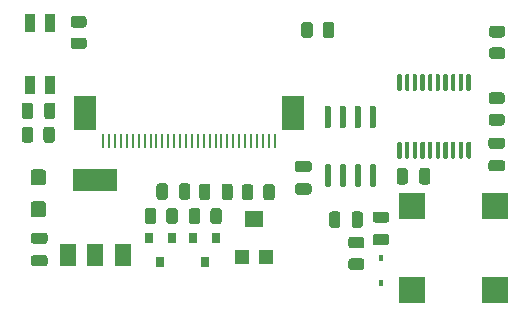
<source format=gbr>
G04 #@! TF.GenerationSoftware,KiCad,Pcbnew,(5.1.8-0-10_14)*
G04 #@! TF.CreationDate,2021-03-05T16:46:23-05:00*
G04 #@! TF.ProjectId,v1,76312e6b-6963-4616-945f-706362585858,rev?*
G04 #@! TF.SameCoordinates,Original*
G04 #@! TF.FileFunction,Paste,Bot*
G04 #@! TF.FilePolarity,Positive*
%FSLAX46Y46*%
G04 Gerber Fmt 4.6, Leading zero omitted, Abs format (unit mm)*
G04 Created by KiCad (PCBNEW (5.1.8-0-10_14)) date 2021-03-05 16:46:23*
%MOMM*%
%LPD*%
G01*
G04 APERTURE LIST*
%ADD10R,3.760000X1.960000*%
%ADD11R,1.460000X1.960000*%
%ADD12R,1.160000X1.160000*%
%ADD13R,1.560000X1.460000*%
%ADD14R,0.760000X0.860000*%
%ADD15R,0.260000X1.210000*%
%ADD16R,1.960000X2.960000*%
%ADD17R,0.410000X0.560000*%
%ADD18R,2.260000X2.260000*%
%ADD19R,0.950600X1.509400*%
G04 APERTURE END LIST*
G36*
G01*
X161353800Y-90301000D02*
X161073800Y-90301000D01*
G75*
G02*
X160933800Y-90161000I0J140000D01*
G01*
X160933800Y-88531000D01*
G75*
G02*
X161073800Y-88391000I140000J0D01*
G01*
X161353800Y-88391000D01*
G75*
G02*
X161493800Y-88531000I0J-140000D01*
G01*
X161493800Y-90161000D01*
G75*
G02*
X161353800Y-90301000I-140000J0D01*
G01*
G37*
G36*
G01*
X160083800Y-90301000D02*
X159803800Y-90301000D01*
G75*
G02*
X159663800Y-90161000I0J140000D01*
G01*
X159663800Y-88531000D01*
G75*
G02*
X159803800Y-88391000I140000J0D01*
G01*
X160083800Y-88391000D01*
G75*
G02*
X160223800Y-88531000I0J-140000D01*
G01*
X160223800Y-90161000D01*
G75*
G02*
X160083800Y-90301000I-140000J0D01*
G01*
G37*
G36*
G01*
X158813800Y-90301000D02*
X158533800Y-90301000D01*
G75*
G02*
X158393800Y-90161000I0J140000D01*
G01*
X158393800Y-88531000D01*
G75*
G02*
X158533800Y-88391000I140000J0D01*
G01*
X158813800Y-88391000D01*
G75*
G02*
X158953800Y-88531000I0J-140000D01*
G01*
X158953800Y-90161000D01*
G75*
G02*
X158813800Y-90301000I-140000J0D01*
G01*
G37*
G36*
G01*
X157543800Y-90301000D02*
X157263800Y-90301000D01*
G75*
G02*
X157123800Y-90161000I0J140000D01*
G01*
X157123800Y-88531000D01*
G75*
G02*
X157263800Y-88391000I140000J0D01*
G01*
X157543800Y-88391000D01*
G75*
G02*
X157683800Y-88531000I0J-140000D01*
G01*
X157683800Y-90161000D01*
G75*
G02*
X157543800Y-90301000I-140000J0D01*
G01*
G37*
G36*
G01*
X157543800Y-95251000D02*
X157263800Y-95251000D01*
G75*
G02*
X157123800Y-95111000I0J140000D01*
G01*
X157123800Y-93481000D01*
G75*
G02*
X157263800Y-93341000I140000J0D01*
G01*
X157543800Y-93341000D01*
G75*
G02*
X157683800Y-93481000I0J-140000D01*
G01*
X157683800Y-95111000D01*
G75*
G02*
X157543800Y-95251000I-140000J0D01*
G01*
G37*
G36*
G01*
X158813800Y-95251000D02*
X158533800Y-95251000D01*
G75*
G02*
X158393800Y-95111000I0J140000D01*
G01*
X158393800Y-93481000D01*
G75*
G02*
X158533800Y-93341000I140000J0D01*
G01*
X158813800Y-93341000D01*
G75*
G02*
X158953800Y-93481000I0J-140000D01*
G01*
X158953800Y-95111000D01*
G75*
G02*
X158813800Y-95251000I-140000J0D01*
G01*
G37*
G36*
G01*
X160083800Y-95251000D02*
X159803800Y-95251000D01*
G75*
G02*
X159663800Y-95111000I0J140000D01*
G01*
X159663800Y-93481000D01*
G75*
G02*
X159803800Y-93341000I140000J0D01*
G01*
X160083800Y-93341000D01*
G75*
G02*
X160223800Y-93481000I0J-140000D01*
G01*
X160223800Y-95111000D01*
G75*
G02*
X160083800Y-95251000I-140000J0D01*
G01*
G37*
G36*
G01*
X161353800Y-95251000D02*
X161073800Y-95251000D01*
G75*
G02*
X160933800Y-95111000I0J140000D01*
G01*
X160933800Y-93481000D01*
G75*
G02*
X161073800Y-93341000I140000J0D01*
G01*
X161353800Y-93341000D01*
G75*
G02*
X161493800Y-93481000I0J-140000D01*
G01*
X161493800Y-95111000D01*
G75*
G02*
X161353800Y-95251000I-140000J0D01*
G01*
G37*
D10*
X137718800Y-94716200D03*
D11*
X137718800Y-101016200D03*
X135418800Y-101016200D03*
X140018800Y-101016200D03*
G36*
G01*
X169410400Y-87136000D02*
X169230400Y-87136000D01*
G75*
G02*
X169140400Y-87046000I0J90000D01*
G01*
X169140400Y-85791000D01*
G75*
G02*
X169230400Y-85701000I90000J0D01*
G01*
X169410400Y-85701000D01*
G75*
G02*
X169500400Y-85791000I0J-90000D01*
G01*
X169500400Y-87046000D01*
G75*
G02*
X169410400Y-87136000I-90000J0D01*
G01*
G37*
G36*
G01*
X168760400Y-87136000D02*
X168580400Y-87136000D01*
G75*
G02*
X168490400Y-87046000I0J90000D01*
G01*
X168490400Y-85791000D01*
G75*
G02*
X168580400Y-85701000I90000J0D01*
G01*
X168760400Y-85701000D01*
G75*
G02*
X168850400Y-85791000I0J-90000D01*
G01*
X168850400Y-87046000D01*
G75*
G02*
X168760400Y-87136000I-90000J0D01*
G01*
G37*
G36*
G01*
X168110400Y-87136000D02*
X167930400Y-87136000D01*
G75*
G02*
X167840400Y-87046000I0J90000D01*
G01*
X167840400Y-85791000D01*
G75*
G02*
X167930400Y-85701000I90000J0D01*
G01*
X168110400Y-85701000D01*
G75*
G02*
X168200400Y-85791000I0J-90000D01*
G01*
X168200400Y-87046000D01*
G75*
G02*
X168110400Y-87136000I-90000J0D01*
G01*
G37*
G36*
G01*
X167460400Y-87136000D02*
X167280400Y-87136000D01*
G75*
G02*
X167190400Y-87046000I0J90000D01*
G01*
X167190400Y-85791000D01*
G75*
G02*
X167280400Y-85701000I90000J0D01*
G01*
X167460400Y-85701000D01*
G75*
G02*
X167550400Y-85791000I0J-90000D01*
G01*
X167550400Y-87046000D01*
G75*
G02*
X167460400Y-87136000I-90000J0D01*
G01*
G37*
G36*
G01*
X166810400Y-87136000D02*
X166630400Y-87136000D01*
G75*
G02*
X166540400Y-87046000I0J90000D01*
G01*
X166540400Y-85791000D01*
G75*
G02*
X166630400Y-85701000I90000J0D01*
G01*
X166810400Y-85701000D01*
G75*
G02*
X166900400Y-85791000I0J-90000D01*
G01*
X166900400Y-87046000D01*
G75*
G02*
X166810400Y-87136000I-90000J0D01*
G01*
G37*
G36*
G01*
X166160400Y-87136000D02*
X165980400Y-87136000D01*
G75*
G02*
X165890400Y-87046000I0J90000D01*
G01*
X165890400Y-85791000D01*
G75*
G02*
X165980400Y-85701000I90000J0D01*
G01*
X166160400Y-85701000D01*
G75*
G02*
X166250400Y-85791000I0J-90000D01*
G01*
X166250400Y-87046000D01*
G75*
G02*
X166160400Y-87136000I-90000J0D01*
G01*
G37*
G36*
G01*
X165510400Y-87136000D02*
X165330400Y-87136000D01*
G75*
G02*
X165240400Y-87046000I0J90000D01*
G01*
X165240400Y-85791000D01*
G75*
G02*
X165330400Y-85701000I90000J0D01*
G01*
X165510400Y-85701000D01*
G75*
G02*
X165600400Y-85791000I0J-90000D01*
G01*
X165600400Y-87046000D01*
G75*
G02*
X165510400Y-87136000I-90000J0D01*
G01*
G37*
G36*
G01*
X164860400Y-87136000D02*
X164680400Y-87136000D01*
G75*
G02*
X164590400Y-87046000I0J90000D01*
G01*
X164590400Y-85791000D01*
G75*
G02*
X164680400Y-85701000I90000J0D01*
G01*
X164860400Y-85701000D01*
G75*
G02*
X164950400Y-85791000I0J-90000D01*
G01*
X164950400Y-87046000D01*
G75*
G02*
X164860400Y-87136000I-90000J0D01*
G01*
G37*
G36*
G01*
X164210400Y-87136000D02*
X164030400Y-87136000D01*
G75*
G02*
X163940400Y-87046000I0J90000D01*
G01*
X163940400Y-85791000D01*
G75*
G02*
X164030400Y-85701000I90000J0D01*
G01*
X164210400Y-85701000D01*
G75*
G02*
X164300400Y-85791000I0J-90000D01*
G01*
X164300400Y-87046000D01*
G75*
G02*
X164210400Y-87136000I-90000J0D01*
G01*
G37*
G36*
G01*
X163560400Y-87136000D02*
X163380400Y-87136000D01*
G75*
G02*
X163290400Y-87046000I0J90000D01*
G01*
X163290400Y-85791000D01*
G75*
G02*
X163380400Y-85701000I90000J0D01*
G01*
X163560400Y-85701000D01*
G75*
G02*
X163650400Y-85791000I0J-90000D01*
G01*
X163650400Y-87046000D01*
G75*
G02*
X163560400Y-87136000I-90000J0D01*
G01*
G37*
G36*
G01*
X163560400Y-92861000D02*
X163380400Y-92861000D01*
G75*
G02*
X163290400Y-92771000I0J90000D01*
G01*
X163290400Y-91516000D01*
G75*
G02*
X163380400Y-91426000I90000J0D01*
G01*
X163560400Y-91426000D01*
G75*
G02*
X163650400Y-91516000I0J-90000D01*
G01*
X163650400Y-92771000D01*
G75*
G02*
X163560400Y-92861000I-90000J0D01*
G01*
G37*
G36*
G01*
X164210400Y-92861000D02*
X164030400Y-92861000D01*
G75*
G02*
X163940400Y-92771000I0J90000D01*
G01*
X163940400Y-91516000D01*
G75*
G02*
X164030400Y-91426000I90000J0D01*
G01*
X164210400Y-91426000D01*
G75*
G02*
X164300400Y-91516000I0J-90000D01*
G01*
X164300400Y-92771000D01*
G75*
G02*
X164210400Y-92861000I-90000J0D01*
G01*
G37*
G36*
G01*
X164860400Y-92861000D02*
X164680400Y-92861000D01*
G75*
G02*
X164590400Y-92771000I0J90000D01*
G01*
X164590400Y-91516000D01*
G75*
G02*
X164680400Y-91426000I90000J0D01*
G01*
X164860400Y-91426000D01*
G75*
G02*
X164950400Y-91516000I0J-90000D01*
G01*
X164950400Y-92771000D01*
G75*
G02*
X164860400Y-92861000I-90000J0D01*
G01*
G37*
G36*
G01*
X165510400Y-92861000D02*
X165330400Y-92861000D01*
G75*
G02*
X165240400Y-92771000I0J90000D01*
G01*
X165240400Y-91516000D01*
G75*
G02*
X165330400Y-91426000I90000J0D01*
G01*
X165510400Y-91426000D01*
G75*
G02*
X165600400Y-91516000I0J-90000D01*
G01*
X165600400Y-92771000D01*
G75*
G02*
X165510400Y-92861000I-90000J0D01*
G01*
G37*
G36*
G01*
X166160400Y-92861000D02*
X165980400Y-92861000D01*
G75*
G02*
X165890400Y-92771000I0J90000D01*
G01*
X165890400Y-91516000D01*
G75*
G02*
X165980400Y-91426000I90000J0D01*
G01*
X166160400Y-91426000D01*
G75*
G02*
X166250400Y-91516000I0J-90000D01*
G01*
X166250400Y-92771000D01*
G75*
G02*
X166160400Y-92861000I-90000J0D01*
G01*
G37*
G36*
G01*
X166810400Y-92861000D02*
X166630400Y-92861000D01*
G75*
G02*
X166540400Y-92771000I0J90000D01*
G01*
X166540400Y-91516000D01*
G75*
G02*
X166630400Y-91426000I90000J0D01*
G01*
X166810400Y-91426000D01*
G75*
G02*
X166900400Y-91516000I0J-90000D01*
G01*
X166900400Y-92771000D01*
G75*
G02*
X166810400Y-92861000I-90000J0D01*
G01*
G37*
G36*
G01*
X167460400Y-92861000D02*
X167280400Y-92861000D01*
G75*
G02*
X167190400Y-92771000I0J90000D01*
G01*
X167190400Y-91516000D01*
G75*
G02*
X167280400Y-91426000I90000J0D01*
G01*
X167460400Y-91426000D01*
G75*
G02*
X167550400Y-91516000I0J-90000D01*
G01*
X167550400Y-92771000D01*
G75*
G02*
X167460400Y-92861000I-90000J0D01*
G01*
G37*
G36*
G01*
X168110400Y-92861000D02*
X167930400Y-92861000D01*
G75*
G02*
X167840400Y-92771000I0J90000D01*
G01*
X167840400Y-91516000D01*
G75*
G02*
X167930400Y-91426000I90000J0D01*
G01*
X168110400Y-91426000D01*
G75*
G02*
X168200400Y-91516000I0J-90000D01*
G01*
X168200400Y-92771000D01*
G75*
G02*
X168110400Y-92861000I-90000J0D01*
G01*
G37*
G36*
G01*
X168760400Y-92861000D02*
X168580400Y-92861000D01*
G75*
G02*
X168490400Y-92771000I0J90000D01*
G01*
X168490400Y-91516000D01*
G75*
G02*
X168580400Y-91426000I90000J0D01*
G01*
X168760400Y-91426000D01*
G75*
G02*
X168850400Y-91516000I0J-90000D01*
G01*
X168850400Y-92771000D01*
G75*
G02*
X168760400Y-92861000I-90000J0D01*
G01*
G37*
G36*
G01*
X169410400Y-92861000D02*
X169230400Y-92861000D01*
G75*
G02*
X169140400Y-92771000I0J90000D01*
G01*
X169140400Y-91516000D01*
G75*
G02*
X169230400Y-91426000I90000J0D01*
G01*
X169410400Y-91426000D01*
G75*
G02*
X169500400Y-91516000I0J-90000D01*
G01*
X169500400Y-92771000D01*
G75*
G02*
X169410400Y-92861000I-90000J0D01*
G01*
G37*
D12*
X152155400Y-101215600D03*
X150155400Y-101215600D03*
D13*
X151155400Y-97965600D03*
G36*
G01*
X157945200Y-81538742D02*
X157945200Y-82418258D01*
G75*
G02*
X157704958Y-82658500I-240242J0D01*
G01*
X157200442Y-82658500D01*
G75*
G02*
X156960200Y-82418258I0J240242D01*
G01*
X156960200Y-81538742D01*
G75*
G02*
X157200442Y-81298500I240242J0D01*
G01*
X157704958Y-81298500D01*
G75*
G02*
X157945200Y-81538742I0J-240242D01*
G01*
G37*
G36*
G01*
X156120200Y-81538742D02*
X156120200Y-82418258D01*
G75*
G02*
X155879958Y-82658500I-240242J0D01*
G01*
X155375442Y-82658500D01*
G75*
G02*
X155135200Y-82418258I0J240242D01*
G01*
X155135200Y-81538742D01*
G75*
G02*
X155375442Y-81298500I240242J0D01*
G01*
X155879958Y-81298500D01*
G75*
G02*
X156120200Y-81538742I0J-240242D01*
G01*
G37*
G36*
G01*
X136736158Y-83599400D02*
X135856642Y-83599400D01*
G75*
G02*
X135616400Y-83359158I0J240242D01*
G01*
X135616400Y-82854642D01*
G75*
G02*
X135856642Y-82614400I240242J0D01*
G01*
X136736158Y-82614400D01*
G75*
G02*
X136976400Y-82854642I0J-240242D01*
G01*
X136976400Y-83359158D01*
G75*
G02*
X136736158Y-83599400I-240242J0D01*
G01*
G37*
G36*
G01*
X136736158Y-81774400D02*
X135856642Y-81774400D01*
G75*
G02*
X135616400Y-81534158I0J240242D01*
G01*
X135616400Y-81029642D01*
G75*
G02*
X135856642Y-80789400I240242J0D01*
G01*
X136736158Y-80789400D01*
G75*
G02*
X136976400Y-81029642I0J-240242D01*
G01*
X136976400Y-81534158D01*
G75*
G02*
X136736158Y-81774400I-240242J0D01*
G01*
G37*
G36*
G01*
X145629400Y-98178958D02*
X145629400Y-97299442D01*
G75*
G02*
X145869642Y-97059200I240242J0D01*
G01*
X146374158Y-97059200D01*
G75*
G02*
X146614400Y-97299442I0J-240242D01*
G01*
X146614400Y-98178958D01*
G75*
G02*
X146374158Y-98419200I-240242J0D01*
G01*
X145869642Y-98419200D01*
G75*
G02*
X145629400Y-98178958I0J240242D01*
G01*
G37*
G36*
G01*
X147454400Y-98178958D02*
X147454400Y-97299442D01*
G75*
G02*
X147694642Y-97059200I240242J0D01*
G01*
X148199158Y-97059200D01*
G75*
G02*
X148439400Y-97299442I0J-240242D01*
G01*
X148439400Y-98178958D01*
G75*
G02*
X148199158Y-98419200I-240242J0D01*
G01*
X147694642Y-98419200D01*
G75*
G02*
X147454400Y-98178958I0J240242D01*
G01*
G37*
G36*
G01*
X141895600Y-98170492D02*
X141895600Y-97290976D01*
G75*
G02*
X142135842Y-97050734I240242J0D01*
G01*
X142640358Y-97050734D01*
G75*
G02*
X142880600Y-97290976I0J-240242D01*
G01*
X142880600Y-98170492D01*
G75*
G02*
X142640358Y-98410734I-240242J0D01*
G01*
X142135842Y-98410734D01*
G75*
G02*
X141895600Y-98170492I0J240242D01*
G01*
G37*
G36*
G01*
X143720600Y-98170492D02*
X143720600Y-97290976D01*
G75*
G02*
X143960842Y-97050734I240242J0D01*
G01*
X144465358Y-97050734D01*
G75*
G02*
X144705600Y-97290976I0J-240242D01*
G01*
X144705600Y-98170492D01*
G75*
G02*
X144465358Y-98410734I-240242J0D01*
G01*
X143960842Y-98410734D01*
G75*
G02*
X143720600Y-98170492I0J240242D01*
G01*
G37*
G36*
G01*
X159377042Y-101308800D02*
X160256558Y-101308800D01*
G75*
G02*
X160496800Y-101549042I0J-240242D01*
G01*
X160496800Y-102053558D01*
G75*
G02*
X160256558Y-102293800I-240242J0D01*
G01*
X159377042Y-102293800D01*
G75*
G02*
X159136800Y-102053558I0J240242D01*
G01*
X159136800Y-101549042D01*
G75*
G02*
X159377042Y-101308800I240242J0D01*
G01*
G37*
G36*
G01*
X159377042Y-99483800D02*
X160256558Y-99483800D01*
G75*
G02*
X160496800Y-99724042I0J-240242D01*
G01*
X160496800Y-100228558D01*
G75*
G02*
X160256558Y-100468800I-240242J0D01*
G01*
X159377042Y-100468800D01*
G75*
G02*
X159136800Y-100228558I0J240242D01*
G01*
X159136800Y-99724042D01*
G75*
G02*
X159377042Y-99483800I240242J0D01*
G01*
G37*
G36*
G01*
X172171058Y-82614500D02*
X171291542Y-82614500D01*
G75*
G02*
X171051300Y-82374258I0J240242D01*
G01*
X171051300Y-81869742D01*
G75*
G02*
X171291542Y-81629500I240242J0D01*
G01*
X172171058Y-81629500D01*
G75*
G02*
X172411300Y-81869742I0J-240242D01*
G01*
X172411300Y-82374258D01*
G75*
G02*
X172171058Y-82614500I-240242J0D01*
G01*
G37*
G36*
G01*
X172171058Y-84439500D02*
X171291542Y-84439500D01*
G75*
G02*
X171051300Y-84199258I0J240242D01*
G01*
X171051300Y-83694742D01*
G75*
G02*
X171291542Y-83454500I240242J0D01*
G01*
X172171058Y-83454500D01*
G75*
G02*
X172411300Y-83694742I0J-240242D01*
G01*
X172411300Y-84199258D01*
G75*
G02*
X172171058Y-84439500I-240242J0D01*
G01*
G37*
G36*
G01*
X150106000Y-96146958D02*
X150106000Y-95267442D01*
G75*
G02*
X150346242Y-95027200I240242J0D01*
G01*
X150850758Y-95027200D01*
G75*
G02*
X151091000Y-95267442I0J-240242D01*
G01*
X151091000Y-96146958D01*
G75*
G02*
X150850758Y-96387200I-240242J0D01*
G01*
X150346242Y-96387200D01*
G75*
G02*
X150106000Y-96146958I0J240242D01*
G01*
G37*
G36*
G01*
X151931000Y-96146958D02*
X151931000Y-95267442D01*
G75*
G02*
X152171242Y-95027200I240242J0D01*
G01*
X152675758Y-95027200D01*
G75*
G02*
X152916000Y-95267442I0J-240242D01*
G01*
X152916000Y-96146958D01*
G75*
G02*
X152675758Y-96387200I-240242J0D01*
G01*
X152171242Y-96387200D01*
G75*
G02*
X151931000Y-96146958I0J240242D01*
G01*
G37*
G36*
G01*
X172143758Y-88249500D02*
X171264242Y-88249500D01*
G75*
G02*
X171024000Y-88009258I0J240242D01*
G01*
X171024000Y-87504742D01*
G75*
G02*
X171264242Y-87264500I240242J0D01*
G01*
X172143758Y-87264500D01*
G75*
G02*
X172384000Y-87504742I0J-240242D01*
G01*
X172384000Y-88009258D01*
G75*
G02*
X172143758Y-88249500I-240242J0D01*
G01*
G37*
G36*
G01*
X172143758Y-90074500D02*
X171264242Y-90074500D01*
G75*
G02*
X171024000Y-89834258I0J240242D01*
G01*
X171024000Y-89329742D01*
G75*
G02*
X171264242Y-89089500I240242J0D01*
G01*
X172143758Y-89089500D01*
G75*
G02*
X172384000Y-89329742I0J-240242D01*
G01*
X172384000Y-89834258D01*
G75*
G02*
X172143758Y-90074500I-240242J0D01*
G01*
G37*
G36*
G01*
X131487800Y-91295558D02*
X131487800Y-90416042D01*
G75*
G02*
X131728042Y-90175800I240242J0D01*
G01*
X132232558Y-90175800D01*
G75*
G02*
X132472800Y-90416042I0J-240242D01*
G01*
X132472800Y-91295558D01*
G75*
G02*
X132232558Y-91535800I-240242J0D01*
G01*
X131728042Y-91535800D01*
G75*
G02*
X131487800Y-91295558I0J240242D01*
G01*
G37*
G36*
G01*
X133312800Y-91295558D02*
X133312800Y-90416042D01*
G75*
G02*
X133553042Y-90175800I240242J0D01*
G01*
X134057558Y-90175800D01*
G75*
G02*
X134297800Y-90416042I0J-240242D01*
G01*
X134297800Y-91295558D01*
G75*
G02*
X134057558Y-91535800I-240242J0D01*
G01*
X133553042Y-91535800D01*
G75*
G02*
X133312800Y-91295558I0J240242D01*
G01*
G37*
D14*
X146014400Y-99592468D03*
X147914400Y-99592468D03*
X146964400Y-101592468D03*
X142280600Y-99584000D03*
X144180600Y-99584000D03*
X143230600Y-101584000D03*
D15*
X138392000Y-91352000D03*
D16*
X136852000Y-89027000D03*
X154432000Y-89027000D03*
D15*
X138892000Y-91352000D03*
X139392000Y-91352000D03*
X139892000Y-91352000D03*
X140392000Y-91352000D03*
X140892000Y-91352000D03*
X141392000Y-91352000D03*
X141892000Y-91352000D03*
X142392000Y-91352000D03*
X142892000Y-91352000D03*
X143392000Y-91352000D03*
X143892000Y-91352000D03*
X144392000Y-91352000D03*
X144892000Y-91352000D03*
X145392000Y-91352000D03*
X145892000Y-91352000D03*
X146392000Y-91352000D03*
X146892000Y-91352000D03*
X147392000Y-91352000D03*
X147892000Y-91352000D03*
X148392000Y-91352000D03*
X148892000Y-91352000D03*
X149392000Y-91352000D03*
X149892000Y-91352000D03*
X150392000Y-91352000D03*
X150892000Y-91352000D03*
X151392000Y-91352000D03*
X151892000Y-91352000D03*
X152392000Y-91352000D03*
X152892000Y-91352000D03*
D17*
X161899600Y-101286600D03*
X161899600Y-103386600D03*
G36*
G01*
X154856000Y-93058000D02*
X155786000Y-93058000D01*
G75*
G02*
X156026000Y-93298000I0J-240000D01*
G01*
X156026000Y-93778000D01*
G75*
G02*
X155786000Y-94018000I-240000J0D01*
G01*
X154856000Y-94018000D01*
G75*
G02*
X154616000Y-93778000I0J240000D01*
G01*
X154616000Y-93298000D01*
G75*
G02*
X154856000Y-93058000I240000J0D01*
G01*
G37*
G36*
G01*
X154856000Y-94958000D02*
X155786000Y-94958000D01*
G75*
G02*
X156026000Y-95198000I0J-240000D01*
G01*
X156026000Y-95678000D01*
G75*
G02*
X155786000Y-95918000I-240000J0D01*
G01*
X154856000Y-95918000D01*
G75*
G02*
X154616000Y-95678000I0J240000D01*
G01*
X154616000Y-95198000D01*
G75*
G02*
X154856000Y-94958000I240000J0D01*
G01*
G37*
G36*
G01*
X158473000Y-97579000D02*
X158473000Y-98509000D01*
G75*
G02*
X158233000Y-98749000I-240000J0D01*
G01*
X157753000Y-98749000D01*
G75*
G02*
X157513000Y-98509000I0J240000D01*
G01*
X157513000Y-97579000D01*
G75*
G02*
X157753000Y-97339000I240000J0D01*
G01*
X158233000Y-97339000D01*
G75*
G02*
X158473000Y-97579000I0J-240000D01*
G01*
G37*
G36*
G01*
X160373000Y-97579000D02*
X160373000Y-98509000D01*
G75*
G02*
X160133000Y-98749000I-240000J0D01*
G01*
X159653000Y-98749000D01*
G75*
G02*
X159413000Y-98509000I0J240000D01*
G01*
X159413000Y-97579000D01*
G75*
G02*
X159653000Y-97339000I240000J0D01*
G01*
X160133000Y-97339000D01*
G75*
G02*
X160373000Y-97579000I0J-240000D01*
G01*
G37*
G36*
G01*
X132480391Y-93781200D02*
X133305209Y-93781200D01*
G75*
G02*
X133547800Y-94023791I0J-242591D01*
G01*
X133547800Y-94898609D01*
G75*
G02*
X133305209Y-95141200I-242591J0D01*
G01*
X132480391Y-95141200D01*
G75*
G02*
X132237800Y-94898609I0J242591D01*
G01*
X132237800Y-94023791D01*
G75*
G02*
X132480391Y-93781200I242591J0D01*
G01*
G37*
G36*
G01*
X132480391Y-96481200D02*
X133305209Y-96481200D01*
G75*
G02*
X133547800Y-96723791I0J-242591D01*
G01*
X133547800Y-97598609D01*
G75*
G02*
X133305209Y-97841200I-242591J0D01*
G01*
X132480391Y-97841200D01*
G75*
G02*
X132237800Y-97598609I0J242591D01*
G01*
X132237800Y-96723791D01*
G75*
G02*
X132480391Y-96481200I242591J0D01*
G01*
G37*
G36*
G01*
X132497800Y-99136200D02*
X133427800Y-99136200D01*
G75*
G02*
X133667800Y-99376200I0J-240000D01*
G01*
X133667800Y-99856200D01*
G75*
G02*
X133427800Y-100096200I-240000J0D01*
G01*
X132497800Y-100096200D01*
G75*
G02*
X132257800Y-99856200I0J240000D01*
G01*
X132257800Y-99376200D01*
G75*
G02*
X132497800Y-99136200I240000J0D01*
G01*
G37*
G36*
G01*
X132497800Y-101036200D02*
X133427800Y-101036200D01*
G75*
G02*
X133667800Y-101276200I0J-240000D01*
G01*
X133667800Y-101756200D01*
G75*
G02*
X133427800Y-101996200I-240000J0D01*
G01*
X132497800Y-101996200D01*
G75*
G02*
X132257800Y-101756200I0J240000D01*
G01*
X132257800Y-101276200D01*
G75*
G02*
X132497800Y-101036200I240000J0D01*
G01*
G37*
G36*
G01*
X164183000Y-93896000D02*
X164183000Y-94826000D01*
G75*
G02*
X163943000Y-95066000I-240000J0D01*
G01*
X163463000Y-95066000D01*
G75*
G02*
X163223000Y-94826000I0J240000D01*
G01*
X163223000Y-93896000D01*
G75*
G02*
X163463000Y-93656000I240000J0D01*
G01*
X163943000Y-93656000D01*
G75*
G02*
X164183000Y-93896000I0J-240000D01*
G01*
G37*
G36*
G01*
X166083000Y-93896000D02*
X166083000Y-94826000D01*
G75*
G02*
X165843000Y-95066000I-240000J0D01*
G01*
X165363000Y-95066000D01*
G75*
G02*
X165123000Y-94826000I0J240000D01*
G01*
X165123000Y-93896000D01*
G75*
G02*
X165363000Y-93656000I240000J0D01*
G01*
X165843000Y-93656000D01*
G75*
G02*
X166083000Y-93896000I0J-240000D01*
G01*
G37*
G36*
G01*
X162364600Y-98310600D02*
X161434600Y-98310600D01*
G75*
G02*
X161194600Y-98070600I0J240000D01*
G01*
X161194600Y-97590600D01*
G75*
G02*
X161434600Y-97350600I240000J0D01*
G01*
X162364600Y-97350600D01*
G75*
G02*
X162604600Y-97590600I0J-240000D01*
G01*
X162604600Y-98070600D01*
G75*
G02*
X162364600Y-98310600I-240000J0D01*
G01*
G37*
G36*
G01*
X162364600Y-100210600D02*
X161434600Y-100210600D01*
G75*
G02*
X161194600Y-99970600I0J240000D01*
G01*
X161194600Y-99490600D01*
G75*
G02*
X161434600Y-99250600I240000J0D01*
G01*
X162364600Y-99250600D01*
G75*
G02*
X162604600Y-99490600I0J-240000D01*
G01*
X162604600Y-99970600D01*
G75*
G02*
X162364600Y-100210600I-240000J0D01*
G01*
G37*
G36*
G01*
X145752800Y-95191400D02*
X145752800Y-96121400D01*
G75*
G02*
X145512800Y-96361400I-240000J0D01*
G01*
X145032800Y-96361400D01*
G75*
G02*
X144792800Y-96121400I0J240000D01*
G01*
X144792800Y-95191400D01*
G75*
G02*
X145032800Y-94951400I240000J0D01*
G01*
X145512800Y-94951400D01*
G75*
G02*
X145752800Y-95191400I0J-240000D01*
G01*
G37*
G36*
G01*
X143852800Y-95191400D02*
X143852800Y-96121400D01*
G75*
G02*
X143612800Y-96361400I-240000J0D01*
G01*
X143132800Y-96361400D01*
G75*
G02*
X142892800Y-96121400I0J240000D01*
G01*
X142892800Y-95191400D01*
G75*
G02*
X143132800Y-94951400I240000J0D01*
G01*
X143612800Y-94951400D01*
G75*
G02*
X143852800Y-95191400I0J-240000D01*
G01*
G37*
G36*
G01*
X146499600Y-96146800D02*
X146499600Y-95216800D01*
G75*
G02*
X146739600Y-94976800I240000J0D01*
G01*
X147219600Y-94976800D01*
G75*
G02*
X147459600Y-95216800I0J-240000D01*
G01*
X147459600Y-96146800D01*
G75*
G02*
X147219600Y-96386800I-240000J0D01*
G01*
X146739600Y-96386800D01*
G75*
G02*
X146499600Y-96146800I0J240000D01*
G01*
G37*
G36*
G01*
X148399600Y-96146800D02*
X148399600Y-95216800D01*
G75*
G02*
X148639600Y-94976800I240000J0D01*
G01*
X149119600Y-94976800D01*
G75*
G02*
X149359600Y-95216800I0J-240000D01*
G01*
X149359600Y-96146800D01*
G75*
G02*
X149119600Y-96386800I-240000J0D01*
G01*
X148639600Y-96386800D01*
G75*
G02*
X148399600Y-96146800I0J240000D01*
G01*
G37*
G36*
G01*
X172169000Y-92047000D02*
X171239000Y-92047000D01*
G75*
G02*
X170999000Y-91807000I0J240000D01*
G01*
X170999000Y-91327000D01*
G75*
G02*
X171239000Y-91087000I240000J0D01*
G01*
X172169000Y-91087000D01*
G75*
G02*
X172409000Y-91327000I0J-240000D01*
G01*
X172409000Y-91807000D01*
G75*
G02*
X172169000Y-92047000I-240000J0D01*
G01*
G37*
G36*
G01*
X172169000Y-93947000D02*
X171239000Y-93947000D01*
G75*
G02*
X170999000Y-93707000I0J240000D01*
G01*
X170999000Y-93227000D01*
G75*
G02*
X171239000Y-92987000I240000J0D01*
G01*
X172169000Y-92987000D01*
G75*
G02*
X172409000Y-93227000I0J-240000D01*
G01*
X172409000Y-93707000D01*
G75*
G02*
X172169000Y-93947000I-240000J0D01*
G01*
G37*
G36*
G01*
X134342800Y-88358800D02*
X134342800Y-89288800D01*
G75*
G02*
X134102800Y-89528800I-240000J0D01*
G01*
X133622800Y-89528800D01*
G75*
G02*
X133382800Y-89288800I0J240000D01*
G01*
X133382800Y-88358800D01*
G75*
G02*
X133622800Y-88118800I240000J0D01*
G01*
X134102800Y-88118800D01*
G75*
G02*
X134342800Y-88358800I0J-240000D01*
G01*
G37*
G36*
G01*
X132442800Y-88358800D02*
X132442800Y-89288800D01*
G75*
G02*
X132202800Y-89528800I-240000J0D01*
G01*
X131722800Y-89528800D01*
G75*
G02*
X131482800Y-89288800I0J240000D01*
G01*
X131482800Y-88358800D01*
G75*
G02*
X131722800Y-88118800I240000J0D01*
G01*
X132202800Y-88118800D01*
G75*
G02*
X132442800Y-88358800I0J-240000D01*
G01*
G37*
D18*
X164496400Y-104013000D03*
X164496400Y-96913000D03*
X171596400Y-96913000D03*
X171596400Y-104013000D03*
D19*
X133896100Y-81394300D03*
X133896100Y-86652100D03*
X132143500Y-81394300D03*
X132143500Y-86652100D03*
M02*

</source>
